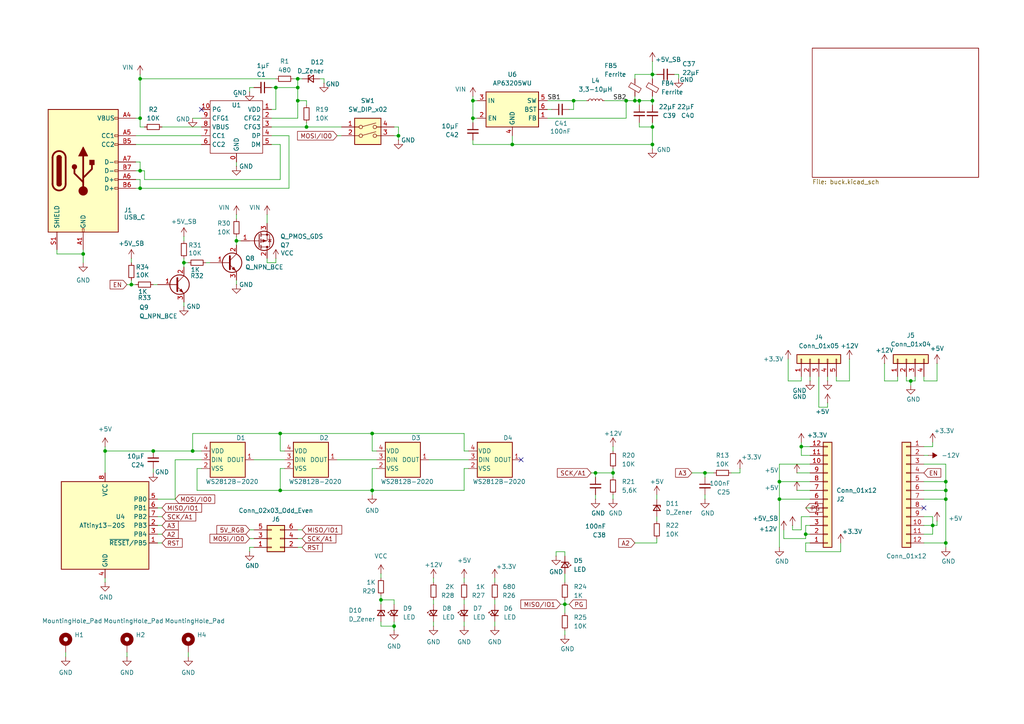
<source format=kicad_sch>
(kicad_sch (version 20231120) (generator "eeschema") (generator_version "8.0")
  (paper "A4")
  (junction (at 226.06 144.78))
  (junction (at 226.06 139.7))
  (junction (at 185.42 29.21))
  (junction (at 274.32 144.78))
  (junction (at 80.01 25.4))
  (junction (at 86.36 22.86))
  (junction (at 189.23 36.83))
  (junction (at 55.88 130.81))
  (junction (at 40.64 54.61))
  (junction (at 166.37 29.21))
  (junction (at 53.34 76.2))
  (junction (at 107.95 142.24))
  (junction (at 204.47 137.16))
  (junction (at 30.48 130.81))
  (junction (at 172.72 137.16))
  (junction (at 137.16 34.29))
  (junction (at 189.23 29.21))
  (junction (at 81.28 142.24))
  (junction (at 189.23 21.59))
  (junction (at 270.51 152.4))
  (junction (at 115.57 39.37))
  (junction (at 40.64 34.29))
  (junction (at 232.41 129.54))
  (junction (at 44.45 130.81))
  (junction (at 24.13 73.66))
  (junction (at 81.28 125.73))
  (junction (at 114.3 181.61))
  (junction (at 148.59 41.91))
  (junction (at 110.49 173.99))
  (junction (at 274.32 139.7))
  (junction (at 163.83 175.26))
  (junction (at 181.61 29.21))
  (junction (at 38.1 82.55))
  (junction (at 184.15 29.21))
  (junction (at 233.68 154.94))
  (junction (at 40.64 22.86))
  (junction (at 88.9 36.83))
  (junction (at 68.58 69.85))
  (junction (at 274.32 142.24))
  (junction (at 189.23 41.91))
  (junction (at 264.16 110.49))
  (junction (at 40.64 49.53))
  (junction (at 107.95 125.73))
  (junction (at 86.36 25.4))
  (junction (at 274.32 157.48))
  (junction (at 86.36 29.21))
  (junction (at 177.8 137.16))
  (junction (at 137.16 29.21))
  (no_connect (at 151.13 133.35))
  (no_connect (at 58.42 31.75))
  (no_connect (at 267.97 147.32))
  (wire (pts (xy 107.95 135.89) (xy 107.95 142.24)))
  (wire (pts (xy 148.59 39.37) (xy 148.59 41.91)))
  (wire (pts (xy 110.49 166.37) (xy 110.49 167.64)))
  (wire (pts (xy 234.95 109.22) (xy 234.95 110.49)))
  (wire (pts (xy 243.84 157.48) (xy 243.84 160.02)))
  (wire (pts (xy 30.48 168.91) (xy 30.48 167.64)))
  (wire (pts (xy 134.62 135.89) (xy 134.62 142.24)))
  (wire (pts (xy 274.32 134.62) (xy 274.32 139.7)))
  (wire (pts (xy 171.45 137.16) (xy 172.72 137.16)))
  (wire (pts (xy 181.61 29.21) (xy 184.15 29.21)))
  (wire (pts (xy 166.37 29.21) (xy 166.37 31.75)))
  (wire (pts (xy 72.39 158.75) (xy 72.39 160.02)))
  (wire (pts (xy 177.8 143.51) (xy 177.8 144.78)))
  (wire (pts (xy 231.14 137.16) (xy 234.95 137.16)))
  (wire (pts (xy 114.3 36.83) (xy 115.57 36.83)))
  (wire (pts (xy 114.3 181.61) (xy 114.3 180.34)))
  (wire (pts (xy 134.62 167.64) (xy 134.62 168.91)))
  (wire (pts (xy 246.38 104.14) (xy 246.38 110.49)))
  (wire (pts (xy 81.28 130.81) (xy 82.55 130.81)))
  (wire (pts (xy 68.58 69.85) (xy 69.85 69.85)))
  (wire (pts (xy 158.75 31.75) (xy 160.02 31.75)))
  (wire (pts (xy 226.06 144.78) (xy 234.95 144.78)))
  (wire (pts (xy 181.61 29.21) (xy 181.61 34.29)))
  (wire (pts (xy 30.48 129.54) (xy 30.48 130.81)))
  (wire (pts (xy 125.73 180.34) (xy 125.73 181.61)))
  (wire (pts (xy 78.74 31.75) (xy 80.01 31.75)))
  (wire (pts (xy 86.36 29.21) (xy 88.9 29.21)))
  (wire (pts (xy 97.79 133.35) (xy 109.22 133.35)))
  (wire (pts (xy 72.39 153.67) (xy 73.66 153.67)))
  (wire (pts (xy 232.41 128.27) (xy 232.41 129.54)))
  (wire (pts (xy 172.72 137.16) (xy 177.8 137.16)))
  (wire (pts (xy 107.95 142.24) (xy 81.28 142.24)))
  (wire (pts (xy 137.16 29.21) (xy 137.16 34.29)))
  (wire (pts (xy 264.16 110.49) (xy 265.43 110.49)))
  (wire (pts (xy 214.63 137.16) (xy 212.09 137.16)))
  (wire (pts (xy 81.28 135.89) (xy 81.28 142.24)))
  (wire (pts (xy 226.06 134.62) (xy 226.06 139.7)))
  (wire (pts (xy 189.23 43.18) (xy 189.23 41.91)))
  (wire (pts (xy 163.83 160.02) (xy 163.83 161.29)))
  (wire (pts (xy 110.49 173.99) (xy 110.49 175.26)))
  (wire (pts (xy 134.62 125.73) (xy 134.62 130.81)))
  (wire (pts (xy 137.16 40.64) (xy 137.16 41.91)))
  (wire (pts (xy 80.01 74.93) (xy 80.01 76.2)))
  (wire (pts (xy 267.97 134.62) (xy 274.32 134.62)))
  (wire (pts (xy 134.62 130.81) (xy 135.89 130.81)))
  (wire (pts (xy 189.23 35.56) (xy 189.23 36.83)))
  (wire (pts (xy 107.95 125.73) (xy 107.95 130.81)))
  (wire (pts (xy 189.23 29.21) (xy 189.23 30.48)))
  (wire (pts (xy 228.6 110.49) (xy 232.41 110.49)))
  (wire (pts (xy 172.72 144.78) (xy 172.72 143.51)))
  (wire (pts (xy 177.8 129.54) (xy 177.8 130.81)))
  (wire (pts (xy 40.64 21.59) (xy 40.64 22.86)))
  (wire (pts (xy 269.24 132.08) (xy 267.97 132.08)))
  (wire (pts (xy 185.42 36.83) (xy 189.23 36.83)))
  (wire (pts (xy 53.34 88.9) (xy 53.34 87.63)))
  (wire (pts (xy 271.78 151.13) (xy 271.78 152.4)))
  (wire (pts (xy 77.47 74.93) (xy 77.47 76.2)))
  (wire (pts (xy 81.28 125.73) (xy 107.95 125.73)))
  (wire (pts (xy 55.88 125.73) (xy 55.88 130.81)))
  (wire (pts (xy 137.16 34.29) (xy 138.43 34.29)))
  (wire (pts (xy 189.23 17.78) (xy 189.23 21.59)))
  (wire (pts (xy 45.72 144.78) (xy 50.8 144.78)))
  (wire (pts (xy 68.58 62.23) (xy 68.58 63.5)))
  (wire (pts (xy 88.9 29.21) (xy 88.9 30.48)))
  (wire (pts (xy 190.5 149.86) (xy 190.5 151.13)))
  (wire (pts (xy 274.32 142.24) (xy 274.32 144.78)))
  (wire (pts (xy 229.87 152.4) (xy 229.87 153.67)))
  (wire (pts (xy 46.99 154.94) (xy 45.72 154.94)))
  (wire (pts (xy 184.15 29.21) (xy 185.42 29.21)))
  (wire (pts (xy 107.95 125.73) (xy 134.62 125.73)))
  (wire (pts (xy 68.58 69.85) (xy 68.58 71.12)))
  (wire (pts (xy 107.95 143.51) (xy 107.95 142.24)))
  (wire (pts (xy 265.43 109.22) (xy 265.43 110.49)))
  (wire (pts (xy 190.5 21.59) (xy 189.23 21.59)))
  (wire (pts (xy 81.28 41.91) (xy 81.28 52.07)))
  (wire (pts (xy 36.83 82.55) (xy 38.1 82.55)))
  (wire (pts (xy 50.8 133.35) (xy 58.42 133.35)))
  (wire (pts (xy 53.34 76.2) (xy 54.61 76.2)))
  (wire (pts (xy 256.54 110.49) (xy 260.35 110.49)))
  (wire (pts (xy 41.91 49.53) (xy 41.91 52.07)))
  (wire (pts (xy 39.37 34.29) (xy 40.64 34.29)))
  (wire (pts (xy 143.51 173.99) (xy 143.51 175.26)))
  (wire (pts (xy 232.41 149.86) (xy 232.41 153.67)))
  (wire (pts (xy 163.83 182.88) (xy 163.83 184.15)))
  (wire (pts (xy 87.63 158.75) (xy 86.36 158.75)))
  (wire (pts (xy 256.54 105.41) (xy 256.54 110.49)))
  (wire (pts (xy 233.68 152.4) (xy 234.95 152.4)))
  (wire (pts (xy 39.37 39.37) (xy 58.42 39.37)))
  (wire (pts (xy 163.83 166.37) (xy 163.83 168.91)))
  (wire (pts (xy 134.62 135.89) (xy 135.89 135.89)))
  (wire (pts (xy 73.66 133.35) (xy 82.55 133.35)))
  (wire (pts (xy 24.13 73.66) (xy 24.13 72.39)))
  (wire (pts (xy 264.16 110.49) (xy 264.16 111.76)))
  (wire (pts (xy 237.49 118.11) (xy 240.03 118.11)))
  (wire (pts (xy 77.47 76.2) (xy 80.01 76.2)))
  (wire (pts (xy 50.8 133.35) (xy 50.8 144.78)))
  (wire (pts (xy 196.85 21.59) (xy 196.85 22.86)))
  (wire (pts (xy 240.03 109.22) (xy 240.03 110.49)))
  (wire (pts (xy 40.64 49.53) (xy 41.91 49.53)))
  (wire (pts (xy 114.3 39.37) (xy 115.57 39.37)))
  (wire (pts (xy 274.32 144.78) (xy 274.32 157.48)))
  (wire (pts (xy 68.58 82.55) (xy 68.58 81.28)))
  (wire (pts (xy 161.29 160.02) (xy 161.29 161.29)))
  (wire (pts (xy 107.95 142.24) (xy 134.62 142.24)))
  (wire (pts (xy 72.39 158.75) (xy 73.66 158.75)))
  (wire (pts (xy 262.89 109.22) (xy 262.89 110.49)))
  (wire (pts (xy 229.87 153.67) (xy 232.41 153.67)))
  (wire (pts (xy 80.01 25.4) (xy 80.01 31.75)))
  (wire (pts (xy 40.64 52.07) (xy 40.64 54.61)))
  (wire (pts (xy 36.83 190.5) (xy 36.83 189.23)))
  (wire (pts (xy 53.34 74.93) (xy 53.34 76.2)))
  (wire (pts (xy 40.64 54.61) (xy 83.82 54.61)))
  (wire (pts (xy 240.03 116.84) (xy 240.03 118.11)))
  (wire (pts (xy 40.64 36.83) (xy 41.91 36.83)))
  (wire (pts (xy 233.68 152.4) (xy 233.68 154.94)))
  (wire (pts (xy 158.75 29.21) (xy 166.37 29.21)))
  (wire (pts (xy 16.51 72.39) (xy 16.51 73.66)))
  (wire (pts (xy 166.37 29.21) (xy 170.18 29.21)))
  (wire (pts (xy 46.99 157.48) (xy 45.72 157.48)))
  (wire (pts (xy 185.42 35.56) (xy 185.42 36.83)))
  (wire (pts (xy 274.32 158.75) (xy 274.32 157.48)))
  (wire (pts (xy 55.88 34.29) (xy 58.42 34.29)))
  (wire (pts (xy 190.5 143.51) (xy 190.5 144.78)))
  (wire (pts (xy 68.58 48.26) (xy 68.58 46.99)))
  (wire (pts (xy 59.69 76.2) (xy 60.96 76.2)))
  (wire (pts (xy 137.16 27.94) (xy 137.16 29.21)))
  (wire (pts (xy 137.16 34.29) (xy 137.16 35.56)))
  (wire (pts (xy 177.8 135.89) (xy 177.8 137.16)))
  (wire (pts (xy 87.63 22.86) (xy 86.36 22.86)))
  (wire (pts (xy 134.62 173.99) (xy 134.62 175.26)))
  (wire (pts (xy 271.78 152.4) (xy 270.51 152.4)))
  (wire (pts (xy 55.88 130.81) (xy 58.42 130.81)))
  (wire (pts (xy 231.14 142.24) (xy 234.95 142.24)))
  (wire (pts (xy 232.41 132.08) (xy 234.95 132.08)))
  (wire (pts (xy 85.09 22.86) (xy 86.36 22.86)))
  (wire (pts (xy 87.63 156.21) (xy 86.36 156.21)))
  (wire (pts (xy 207.01 137.16) (xy 204.47 137.16)))
  (wire (pts (xy 78.74 39.37) (xy 83.82 39.37)))
  (wire (pts (xy 267.97 109.22) (xy 267.97 110.49)))
  (wire (pts (xy 39.37 49.53) (xy 40.64 49.53)))
  (wire (pts (xy 78.74 36.83) (xy 88.9 36.83)))
  (wire (pts (xy 114.3 173.99) (xy 114.3 175.26)))
  (wire (pts (xy 137.16 29.21) (xy 138.43 29.21)))
  (wire (pts (xy 233.68 157.48) (xy 233.68 160.02)))
  (wire (pts (xy 39.37 54.61) (xy 40.64 54.61)))
  (wire (pts (xy 87.63 153.67) (xy 86.36 153.67)))
  (wire (pts (xy 189.23 36.83) (xy 189.23 41.91)))
  (wire (pts (xy 267.97 144.78) (xy 274.32 144.78)))
  (wire (pts (xy 53.34 68.58) (xy 53.34 69.85)))
  (wire (pts (xy 232.41 149.86) (xy 234.95 149.86)))
  (wire (pts (xy 227.33 156.21) (xy 233.68 156.21)))
  (wire (pts (xy 88.9 35.56) (xy 88.9 36.83)))
  (wire (pts (xy 204.47 137.16) (xy 200.66 137.16)))
  (wire (pts (xy 115.57 39.37) (xy 115.57 40.64)))
  (wire (pts (xy 184.15 21.59) (xy 184.15 22.86)))
  (wire (pts (xy 124.46 133.35) (xy 135.89 133.35)))
  (wire (pts (xy 68.58 68.58) (xy 68.58 69.85)))
  (wire (pts (xy 162.56 175.26) (xy 163.83 175.26)))
  (wire (pts (xy 172.72 138.43) (xy 172.72 137.16)))
  (wire (pts (xy 226.06 144.78) (xy 226.06 158.75)))
  (wire (pts (xy 86.36 25.4) (xy 86.36 29.21)))
  (wire (pts (xy 24.13 76.2) (xy 24.13 73.66)))
  (wire (pts (xy 39.37 52.07) (xy 40.64 52.07)))
  (wire (pts (xy 38.1 74.93) (xy 38.1 76.2)))
  (wire (pts (xy 46.99 36.83) (xy 58.42 36.83)))
  (wire (pts (xy 77.47 62.23) (xy 77.47 64.77)))
  (wire (pts (xy 204.47 144.78) (xy 204.47 143.51)))
  (wire (pts (xy 81.28 125.73) (xy 81.28 130.81)))
  (wire (pts (xy 233.68 147.32) (xy 234.95 147.32)))
  (wire (pts (xy 88.9 36.83) (xy 99.06 36.83)))
  (wire (pts (xy 237.49 109.22) (xy 237.49 118.11)))
  (wire (pts (xy 30.48 130.81) (xy 30.48 137.16)))
  (wire (pts (xy 163.83 175.26) (xy 165.1 175.26)))
  (wire (pts (xy 189.23 27.94) (xy 189.23 29.21)))
  (wire (pts (xy 39.37 41.91) (xy 58.42 41.91)))
  (wire (pts (xy 185.42 30.48) (xy 185.42 29.21)))
  (wire (pts (xy 270.51 128.27) (xy 270.51 129.54)))
  (wire (pts (xy 267.97 149.86) (xy 270.51 149.86)))
  (wire (pts (xy 125.73 173.99) (xy 125.73 175.26)))
  (wire (pts (xy 46.99 149.86) (xy 45.72 149.86)))
  (wire (pts (xy 260.35 109.22) (xy 260.35 110.49)))
  (wire (pts (xy 40.64 22.86) (xy 40.64 34.29)))
  (wire (pts (xy 38.1 82.55) (xy 39.37 82.55)))
  (wire (pts (xy 184.15 157.48) (xy 190.5 157.48)))
  (wire (pts (xy 125.73 167.64) (xy 125.73 168.91)))
  (wire (pts (xy 175.26 29.21) (xy 181.61 29.21)))
  (wire (pts (xy 184.15 21.59) (xy 189.23 21.59)))
  (wire (pts (xy 163.83 175.26) (xy 163.83 177.8)))
  (wire (pts (xy 267.97 110.49) (xy 271.78 110.49)))
  (wire (pts (xy 72.39 156.21) (xy 73.66 156.21)))
  (wire (pts (xy 86.36 29.21) (xy 86.36 34.29)))
  (wire (pts (xy 262.89 110.49) (xy 264.16 110.49)))
  (wire (pts (xy 115.57 36.83) (xy 115.57 39.37)))
  (wire (pts (xy 233.68 160.02) (xy 243.84 160.02)))
  (wire (pts (xy 97.79 39.37) (xy 99.06 39.37)))
  (wire (pts (xy 232.41 129.54) (xy 234.95 129.54)))
  (wire (pts (xy 38.1 81.28) (xy 38.1 82.55)))
  (wire (pts (xy 233.68 156.21) (xy 233.68 154.94)))
  (wire (pts (xy 148.59 41.91) (xy 189.23 41.91)))
  (wire (pts (xy 40.64 22.86) (xy 80.01 22.86)))
  (wire (pts (xy 270.51 152.4) (xy 270.51 154.94)))
  (wire (pts (xy 110.49 180.34) (xy 110.49 181.61)))
  (wire (pts (xy 161.29 160.02) (xy 163.83 160.02)))
  (wire (pts (xy 30.48 130.81) (xy 44.45 130.81)))
  (wire (pts (xy 271.78 105.41) (xy 271.78 110.49)))
  (wire (pts (xy 93.98 24.13) (xy 93.98 22.86)))
  (wire (pts (xy 143.51 167.64) (xy 143.51 168.91)))
  (wire (pts (xy 39.37 46.99) (xy 40.64 46.99)))
  (wire (pts (xy 190.5 156.21) (xy 190.5 157.48)))
  (wire (pts (xy 184.15 27.94) (xy 184.15 29.21)))
  (wire (pts (xy 44.45 82.55) (xy 45.72 82.55)))
  (wire (pts (xy 57.15 135.89) (xy 58.42 135.89)))
  (wire (pts (xy 134.62 180.34) (xy 134.62 181.61)))
  (wire (pts (xy 44.45 137.16) (xy 44.45 135.89)))
  (wire (pts (xy 267.97 157.48) (xy 274.32 157.48)))
  (wire (pts (xy 19.05 190.5) (xy 19.05 189.23)))
  (wire (pts (xy 163.83 173.99) (xy 163.83 175.26)))
  (wire (pts (xy 267.97 129.54) (xy 270.51 129.54)))
  (wire (pts (xy 232.41 109.22) (xy 232.41 110.49)))
  (wire (pts (xy 72.39 25.4) (xy 72.39 26.67)))
  (wire (pts (xy 204.47 138.43) (xy 204.47 137.16)))
  (wire (pts (xy 41.91 52.07) (xy 81.28 52.07)))
  (wire (pts (xy 165.1 31.75) (xy 166.37 31.75)))
  (wire (pts (xy 189.23 21.59) (xy 189.23 22.86)))
  (wire (pts (xy 233.68 154.94) (xy 234.95 154.94)))
  (wire (pts (xy 233.68 157.48) (xy 234.95 157.48)))
  (wire (pts (xy 177.8 137.16) (xy 177.8 138.43)))
  (wire (pts (xy 80.01 25.4) (xy 86.36 25.4)))
  (wire (pts (xy 55.88 125.73) (xy 81.28 125.73)))
  (wire (pts (xy 195.58 21.59) (xy 196.85 21.59)))
  (wire (pts (xy 110.49 181.61) (xy 114.3 181.61)))
  (wire (pts (xy 158.75 34.29) (xy 181.61 34.29)))
  (wire (pts (xy 78.74 41.91) (xy 81.28 41.91)))
  (wire (pts (xy 226.06 139.7) (xy 226.06 144.78)))
  (wire (pts (xy 110.49 173.99) (xy 114.3 173.99)))
  (wire (pts (xy 228.6 104.14) (xy 228.6 110.49)))
  (wire (pts (xy 143.51 180.34) (xy 143.51 181.61)))
  (wire (pts (xy 54.61 190.5) (xy 54.61 189.23)))
  (wire (pts (xy 44.45 130.81) (xy 55.88 130.81)))
  (wire (pts (xy 81.28 135.89) (xy 82.55 135.89)))
  (wire (pts (xy 214.63 135.89) (xy 214.63 137.16)))
  (wire (pts (xy 93.98 22.86) (xy 92.71 22.86)))
  (wire (pts (xy 267.97 152.4) (xy 270.51 152.4)))
  (wire (pts (xy 78.74 34.29) (xy 86.36 34.29)))
  (wire (pts (xy 57.15 135.89) (xy 57.15 142.24)))
  (wire (pts (xy 267.97 154.94) (xy 270.51 154.94)))
  (wire (pts (xy 40.64 46.99) (xy 40.64 49.53)))
  (wire (pts (xy 232.41 129.54) (xy 232.41 132.08)))
  (wire (pts (xy 226.06 139.7) (xy 234.95 139.7)))
  (wire (pts (xy 267.97 139.7) (xy 274.32 139.7)))
  (wire (pts (xy 46.99 152.4) (xy 45.72 152.4)))
  (wire (pts (xy 185.42 29.21) (xy 189.23 29.21)))
  (wire (pts (xy 226.06 134.62) (xy 234.95 134.62)))
  (wire (pts (xy 110.49 172.72) (xy 110.49 173.99)))
  (wire (pts (xy 46.99 147.32) (xy 45.72 147.32)))
  (wire (pts (xy 267.97 142.24) (xy 274.32 142.24)))
  (wire (pts (xy 72.39 25.4) (xy 73.66 25.4)))
  (wire (pts (xy 53.34 76.2) (xy 53.34 77.47)))
  (wire (pts (xy 242.57 109.22) (xy 242.57 110.49)))
  (wire (pts (xy 227.33 153.67) (xy 227.33 156.21)))
  (wire (pts (xy 83.82 39.37) (xy 83.82 54.61)))
  (wire (pts (xy 57.15 142.24) (xy 81.28 142.24)))
  (wire (pts (xy 80.01 25.4) (xy 78.74 25.4)))
  (wire (pts (xy 137.16 41.91) (xy 148.59 41.91)))
  (wire (pts (xy 40.64 34.29) (xy 40.64 36.83)))
  (wire (pts (xy 107.95 135.89) (xy 109.22 135.89)))
  (wire (pts (xy 274.32 139.7) (xy 274.32 142.24)))
  (wire (pts (xy 114.3 182.88) (xy 114.3 181.61)))
  (wire (pts (xy 270.51 149.86) (xy 270.51 152.4)))
  (wire (pts (xy 86.36 22.86) (xy 86.36 25.4)))
  (wire (pts (xy 16.51 73.66) (xy 24.13 73.66)))
  (wire (pts (xy 107.95 130.81) (xy 109.22 130.81)))
  (wire (pts (xy 242.57 110.49) (xy 246.38 110.49)))
  (label "SB1" (at 158.75 29.21 0))
  (label "SB2" (at 177.8 29.21 0))
  (global_label "PG" (shape input) (at 233.68 147.32 0) (property "Intersheetrefs" "${INTERSHEET_REFS}" (effects (hide yes))))
  (global_label "MISO{slash}IO1" (shape input) (at 162.56 175.26 180) (property "Intersheetrefs" "${INTERSHEET_REFS}" (effects (hide yes))))
  (global_label "MOSI{slash}IO0" (shape input) (at 97.79 39.37 180) (property "Intersheetrefs" "${INTERSHEET_REFS}" (effects (hide yes))))
  (global_label "A2" (shape input) (at 46.99 154.94 0) (property "Intersheetrefs" "${INTERSHEET_REFS}" (effects (hide yes))))
  (global_label "MISO{slash}IO1" (shape input) (at 46.99 147.32 0) (property "Intersheetrefs" "${INTERSHEET_REFS}" (effects (hide yes))))
  (global_label "A3" (shape input) (at 200.66 137.16 180) (property "Intersheetrefs" "${INTERSHEET_REFS}" (effects (hide yes))))
  (global_label "MISO{slash}IO1" (shape input) (at 87.63 153.67 0) (property "Intersheetrefs" "${INTERSHEET_REFS}" (effects (hide yes))))
  (global_label "PG" (shape input) (at 165.1 175.26 0) (property "Intersheetrefs" "${INTERSHEET_REFS}" (effects (hide yes))))
  (global_label "MOSI{slash}IO0" (shape input) (at 72.39 156.21 180) (property "Intersheetrefs" "${INTERSHEET_REFS}" (effects (hide yes))))
  (global_label "RST" (shape input) (at 46.99 157.48 0) (property "Intersheetrefs" "${INTERSHEET_REFS}" (effects (hide yes))))
  (global_label "SCK{slash}A1" (shape input) (at 46.99 149.86 0) (property "Intersheetrefs" "${INTERSHEET_REFS}" (effects (hide yes))))
  (global_label "MOSI{slash}IO0" (shape input) (at 50.8 144.78 0) (property "Intersheetrefs" "${INTERSHEET_REFS}" (effects (hide yes))))
  (global_label "SCK{slash}A1" (shape input) (at 171.45 137.16 180) (property "Intersheetrefs" "${INTERSHEET_REFS}" (effects (hide yes))))
  (global_label "RST" (shape input) (at 87.63 158.75 0) (property "Intersheetrefs" "${INTERSHEET_REFS}" (effects (hide yes))))
  (global_label "SCK{slash}A1" (shape input) (at 87.63 156.21 0) (property "Intersheetrefs" "${INTERSHEET_REFS}" (effects (hide yes))))
  (global_label "5V_RGB" (shape input) (at 72.39 153.67 180) (property "Intersheetrefs" "${INTERSHEET_REFS}" (effects (hide yes))))
  (global_label "EN" (shape input) (at 267.97 137.16 0) (property "Intersheetrefs" "${INTERSHEET_REFS}" (effects (hide yes))))
  (global_label "A3" (shape input) (at 46.99 152.4 0) (property "Intersheetrefs" "${INTERSHEET_REFS}" (effects (hide yes))))
  (global_label "EN" (shape input) (at 36.83 82.55 180) (property "Intersheetrefs" "${INTERSHEET_REFS}" (effects (hide yes))))
  (global_label "A2" (shape input) (at 184.15 157.48 180) (property "Intersheetrefs" "${INTERSHEET_REFS}" (effects (hide yes))))
  (symbol (lib_id "Switch:SW_DIP_x02") (at 106.68 39.37 0) (unit 1)
    (property "Reference" "SW1" (at 106.68 29.21 0))
    (property "Value" "SW_DIP_x02" (at 106.68 31.75 0))
    (property "Footprint" "Button_Switch_THT:SW_DIP_SPSTx02_Slide_6.7x6.64mm_W7.62mm_P2.54mm_LowProfile" (effects (hide yes)))
    (property "Description" "2x DIP Switch, Single Pole Single Throw (SPST) switch, small symbol" (effects (hide yes)))
  )
  (symbol (lib_id "Device:Q_NPN_BCE") (at 66.04 76.2 0) (unit 1)
    (property "Reference" "Q8" (at 71.12 74.9299 0) (effects (justify left)))
    (property "Value" "Q_NPN_BCE" (at 71.12 77.4699 0) (effects (justify left)))
    (property "Footprint" "Package_TO_SOT_SMD:SOT-23-3" (effects (hide yes)))
    (property "Description" "NPN transistor, base/collector/emitter" (effects (hide yes)))
  )
  (symbol (lib_id "power:GND") (at 161.29 161.29 0) (unit 1)
    (property "Reference" "#PWR057" (effects (hide yes)))
    (property "Value" "GND" (at 161.29 165.862 0))
    (property "Description" "Power symbol creates a global label with name \"GND\" , ground" (effects (hide yes)))
  )
  (symbol (lib_id "power:VCC") (at 40.64 21.59 0) (unit 1)
    (property "Reference" "#PWR085" (effects (hide yes)))
    (property "Value" "VIN" (at 37.084 19.558 0))
    (property "Description" "Power symbol creates a global label with name \"VCC\"" (effects (hide yes)))
  )
  (symbol (lib_id "power:-12V") (at 269.24 132.08 270) (unit 1)
    (property "Reference" "#PWR090" (effects (hide yes)))
    (property "Value" "-12V" (at 273.05 132.0799 90) (effects (justify left)))
    (property "Description" "Power symbol creates a global label with name \"-12V\"" (effects (hide yes)))
  )
  (symbol (lib_id "Mechanical:MountingHole_Pad") (at 19.05 186.69 0) (unit 1) (exclude_from_sim yes) (in_bom no)
    (property "Reference" "H1" (at 21.59 184.1499 0) (effects (justify left)))
    (property "Value" "MountingHole_Pad" (at 12.192 180.086 0) (effects (justify left)))
    (property "Footprint" "MountingHole:MountingHole_3.2mm_M3_Pad" (effects (hide yes)))
    (property "Description" "Mounting Hole with connection" (effects (hide yes)))
  )
  (symbol (lib_id "LED_Extra:WS2812B-2020") (at 66.04 133.35 0) (unit 1)
    (property "Reference" "D1" (at 69.85 127 0))
    (property "Value" "WS2812B-2020" (at 67.31 139.7 0))
    (property "Footprint" "LED_SMD:LED_WS2812B-2020_PLCC4_2.0x2.0mm" (effects (hide yes)))
    (property "Datasheet" "https://www.tme.eu/Document/4a8239e52df5e0b5cc2eb96834c5d8b6/WS2812B-2020.pdf" (effects (hide yes)))
    (property "LCSC" "C965555" (effects (hide yes)))
  )
  (symbol (lib_id "Device:FerriteBead_Small") (at 184.15 25.4 180) (unit 1)
    (property "Reference" "FB5" (at 175.26 19.05 0) (effects (justify right)))
    (property "Value" "Ferrite" (at 175.26 21.59 0) (effects (justify right)))
    (property "Footprint" "Resistor_SMD:R_0402_1005Metric" (effects (hide yes)))
    (property "Description" "Ferrite bead, small symbol" (effects (hide yes)))
  )
  (symbol (lib_id "power:+5V") (at 240.03 116.84 0) (unit 1)
    (property "Reference" "#PWR043" (effects (hide yes)))
    (property "Value" "+5V" (at 238.506 119.38 0))
    (property "Description" "Power symbol creates a global label with name \"+5V\"" (effects (hide yes)))
  )
  (symbol (lib_id "Device:R_Small") (at 177.8 133.35 180) (unit 1)
    (property "Reference" "R20" (at 180.34 132.0799 0) (effects (justify right)))
    (property "Value" "10K" (at 180.34 134.6199 0) (effects (justify right)))
    (property "Footprint" "Resistor_SMD:R_0402_1005Metric" (effects (hide yes)))
    (property "Description" "Resistor, small symbol" (effects (hide yes)))
  )
  (symbol (lib_id "power:GND") (at 204.47 144.78 0) (unit 1)
    (property "Reference" "#PWR070" (effects (hide yes)))
    (property "Value" "GND" (at 205.232 148.844 0))
    (property "Description" "Power symbol creates a global label with name \"GND\" , ground" (effects (hide yes)))
  )
  (symbol (lib_id "power:GND") (at 125.73 181.61 0) (unit 1)
    (property "Reference" "#PWR078" (effects (hide yes)))
    (property "Value" "GND" (at 125.73 186.182 0))
    (property "Description" "Power symbol creates a global label with name \"GND\" , ground" (effects (hide yes)))
  )
  (symbol (lib_id "Mechanical:MountingHole_Pad") (at 54.61 186.69 0) (unit 1) (exclude_from_sim yes) (in_bom no)
    (property "Reference" "H4" (at 57.15 184.1499 0) (effects (justify left)))
    (property "Value" "MountingHole_Pad" (at 47.752 180.086 0) (effects (justify left)))
    (property "Footprint" "MountingHole:MountingHole_3.2mm_M3_Pad" (effects (hide yes)))
    (property "Description" "Mounting Hole with connection" (effects (hide yes)))
  )
  (symbol (lib_id "Device:R_Small") (at 143.51 171.45 0) (unit 1)
    (property "Reference" "R26" (at 149.606 172.72 0) (effects (justify right)))
    (property "Value" "680" (at 149.606 170.18 0) (effects (justify right)))
    (property "Footprint" "Resistor_SMD:R_0402_1005Metric" (effects (hide yes)))
    (property "Description" "Resistor, small symbol" (effects (hide yes)))
  )
  (symbol (lib_id "power:GND") (at 44.45 137.16 0) (unit 1)
    (property "Reference" "#PWR024" (effects (hide yes)))
    (property "Value" "GND" (at 46.99 136.906 0))
    (property "Description" "Power symbol creates a global label with name \"GND\" , ground" (effects (hide yes)))
  )
  (symbol (lib_id "power:VCC") (at 80.01 74.93 0) (unit 1)
    (property "Reference" "#PWR03" (effects (hide yes)))
    (property "Value" "VCC" (at 83.312 73.406 0))
    (property "Description" "Power symbol creates a global label with name \"VCC\"" (effects (hide yes)))
  )
  (symbol (lib_id "Regulator_Switching:AP63205WU") (at 148.59 31.75 0) (unit 1)
    (property "Reference" "U6" (at 148.59 21.59 0))
    (property "Value" "AP63205WU" (at 148.59 24.13 0))
    (property "Footprint" "Package_TO_SOT_SMD:TSOT-23-6" (effects (hide yes)))
    (property "Datasheet" "https://www.diodes.com/assets/Datasheets/AP63200-AP63201-AP63203-AP63205.pdf" (effects (hide yes)))
    (property "Description" "2A, 1.1MHz Buck DC/DC Converter, fixed 5.0V output voltage, TSOT-23-6" (effects (hide yes)))
  )
  (symbol (lib_id "Connector_Generic:Conn_01x05") (at 237.49 104.14 90) (unit 1)
    (property "Reference" "J4" (at 237.49 97.79 90))
    (property "Value" "Conn_01x05" (at 237.49 100.33 90))
    (property "Footprint" "Connector_PinSocket_2.54mm:PinSocket_1x05_P2.54mm_Vertical" (effects (hide yes)))
    (property "Description" "Generic connector, single row, 01x05, script generated (kicad-library-utils/schlib/autogen/connector/)" (effects (hide yes)))
  )
  (symbol (lib_id "LED_Extra:WS2812B-2020") (at 116.84 133.35 0) (unit 1)
    (property "Reference" "D3" (at 120.65 127 0))
    (property "Value" "WS2812B-2020" (at 118.11 139.7 0))
    (property "Footprint" "LED_SMD:LED_WS2812B-2020_PLCC4_2.0x2.0mm" (effects (hide yes)))
    (property "Datasheet" "https://www.tme.eu/Document/4a8239e52df5e0b5cc2eb96834c5d8b6/WS2812B-2020.pdf" (effects (hide yes)))
    (property "LCSC" "C965555" (effects (hide yes)))
  )
  (symbol (lib_id "power:+5V") (at 229.87 152.4 0) (unit 1)
    (property "Reference" "#PWR037" (effects (hide yes)))
    (property "Value" "+5V_SB" (at 221.996 150.368 0))
    (property "Description" "Power symbol creates a global label with name \"+5V\"" (effects (hide yes)))
  )
  (symbol (lib_id "power:+3.3V") (at 270.51 128.27 0) (unit 1)
    (property "Reference" "#PWR030" (effects (hide yes)))
    (property "Value" "+3.3V" (at 273.812 124.968 0))
    (property "Description" "Power symbol creates a global label with name \"+3.3V\"" (effects (hide yes)))
  )
  (symbol (lib_id "Device:LED_Small") (at 163.83 163.83 270) (unit 1)
    (property "Reference" "D5" (at 166.37 162.6234 90) (effects (justify left)))
    (property "Value" "LED" (at 166.37 165.1634 90) (effects (justify left)))
    (property "Footprint" "LED_SMD:LED_0402_1005Metric" (effects (hide yes)))
    (property "Description" "Light emitting diode, small symbol" (effects (hide yes)))
  )
  (symbol (lib_id "Device:D_Zener_Small") (at 190.5 147.32 270) (unit 1)
    (property "Reference" "D11" (at 193.04 146.0499 90) (effects (justify left)))
    (property "Value" "D_Zener" (at 193.04 148.5899 90) (effects (justify left)))
    (property "Footprint" "Diode_SMD:D_SOD-323" (effects (hide yes)))
    (property "Description" "Zener diode, small symbol" (effects (hide yes)))
  )
  (symbol (lib_id "power:GND") (at 72.39 26.67 0) (unit 1)
    (property "Reference" "#PWR058" (effects (hide yes)))
    (property "Value" "GND" (at 69.596 26.924 0))
    (property "Description" "Power symbol creates a global label with name \"GND\" , ground" (effects (hide yes)))
  )
  (symbol (lib_id "power:GND") (at 55.88 34.29 0) (unit 1)
    (property "Reference" "#PWR05" (effects (hide yes)))
    (property "Value" "GND" (at 53.086 34.544 0))
    (property "Description" "Power symbol creates a global label with name \"GND\" , ground" (effects (hide yes)))
  )
  (symbol (lib_id "Device:D_Zener_Small") (at 110.49 177.8 270) (unit 1)
    (property "Reference" "D10" (at 101.092 177.038 90) (effects (justify left)))
    (property "Value" "D_Zener" (at 101.092 179.578 90) (effects (justify left)))
    (property "Footprint" "Diode_SMD:D_SOD-323" (effects (hide yes)))
    (property "Description" "Zener diode, small symbol" (effects (hide yes)))
  )
  (symbol (lib_id "MCU_Microchip_ATtiny:ATtiny13-20S") (at 30.48 152.4 0) (unit 1)
    (property "Reference" "U4" (at 36.322 149.86 0) (effects (justify right)))
    (property "Value" "ATtiny13-20S" (at 36.322 152.4 0) (effects (justify right)))
    (property "Footprint" "Package_SO:SOIC-8W_5.3x5.3mm_P1.27mm" (effects (hide yes)))
    (property "Datasheet" "http://ww1.microchip.com/downloads/en/DeviceDoc/doc2535.pdf" (effects (hide yes)))
    (property "Description" "20MHz, 1kB Flash, 64B SRAM, 64B EEPROM, debugWIRE, SOIC-8W" (effects (hide yes)))
  )
  (symbol (lib_id "Device:C_Small") (at 172.72 140.97 0) (unit 1)
    (property "Reference" "C38" (at 175.768 155.194 0) (effects (justify right)))
    (property "Value" "100nF" (at 175.768 152.654 0) (effects (justify right)))
    (property "Footprint" "Capacitor_SMD:C_0402_1005Metric" (effects (hide yes)))
    (property "Description" "Unpolarized capacitor, small symbol" (effects (hide yes)))
  )
  (symbol (lib_id "power:GND") (at 68.58 48.26 0) (unit 1)
    (property "Reference" "#PWR01" (effects (hide yes)))
    (property "Value" "GND" (at 71.374 48.26 0))
    (property "Description" "Power symbol creates a global label with name \"GND\" , ground" (effects (hide yes)))
  )
  (symbol (lib_id "power:+5V") (at 30.48 129.54 0) (unit 1)
    (property "Reference" "#PWR023" (effects (hide yes)))
    (property "Value" "+5V" (at 30.48 124.46 0))
    (property "Description" "Power symbol creates a global label with name \"+5V\"" (effects (hide yes)))
  )
  (symbol (lib_id "power:GND") (at 36.83 190.5 0) (unit 1)
    (property "Reference" "#PWR082" (effects (hide yes)))
    (property "Value" "GND" (at 36.83 195.072 0))
    (property "Description" "Power symbol creates a global label with name \"GND\" , ground" (effects (hide yes)))
  )
  (symbol (lib_id "power:VCC") (at 110.49 166.37 0) (unit 1)
    (property "Reference" "#PWR079" (effects (hide yes)))
    (property "Value" "VCC" (at 110.49 161.29 0))
    (property "Description" "Power symbol creates a global label with name \"VCC\"" (effects (hide yes)))
  )
  (symbol (lib_id "Device:R_Small") (at 53.34 72.39 180) (unit 1)
    (property "Reference" "R31" (at 54.61 71.12 0) (effects (justify right)))
    (property "Value" "10K" (at 54.61 73.406 0) (effects (justify right)))
    (property "Footprint" "Resistor_SMD:R_0402_1005Metric" (effects (hide yes)))
    (property "Description" "Resistor, small symbol" (effects (hide yes)))
  )
  (symbol (lib_id "power:GND") (at 226.06 158.75 0) (unit 1)
    (property "Reference" "#PWR034" (effects (hide yes)))
    (property "Value" "GND" (at 226.822 162.814 0))
    (property "Description" "Power symbol creates a global label with name \"GND\" , ground" (effects (hide yes)))
  )
  (symbol (lib_id "power:GND") (at 172.72 144.78 0) (unit 1)
    (property "Reference" "#PWR072" (effects (hide yes)))
    (property "Value" "GND" (at 173.482 148.844 0))
    (property "Description" "Power symbol creates a global label with name \"GND\" , ground" (effects (hide yes)))
  )
  (symbol (lib_id "power:GND") (at 134.62 181.61 0) (unit 1)
    (property "Reference" "#PWR076" (effects (hide yes)))
    (property "Value" "GND" (at 134.62 186.182 0))
    (property "Description" "Power symbol creates a global label with name \"GND\" , ground" (effects (hide yes)))
  )
  (symbol (lib_id "power:GND") (at 177.8 144.78 0) (unit 1)
    (property "Reference" "#PWR051" (effects (hide yes)))
    (property "Value" "GND" (at 178.562 148.844 0))
    (property "Description" "Power symbol creates a global label with name \"GND\" , ground" (effects (hide yes)))
  )
  (symbol (lib_id "power:+5V") (at 38.1 74.93 0) (unit 1)
    (property "Reference" "#PWR093" (effects (hide yes)))
    (property "Value" "+5V_SB" (at 38.1 70.612 0))
    (property "Description" "Power symbol creates a global label with name \"+5V\"" (effects (hide yes)))
  )
  (symbol (lib_id "Device:R_Small") (at 190.5 153.67 180) (unit 1)
    (property "Reference" "R22" (at 193.04 152.3999 0) (effects (justify right)))
    (property "Value" "10K" (at 193.04 154.9399 0) (effects (justify right)))
    (property "Footprint" "Resistor_SMD:R_0402_1005Metric" (effects (hide yes)))
    (property "Description" "Resistor, small symbol" (effects (hide yes)))
  )
  (symbol (lib_id "power:+3.3V") (at 228.6 104.14 0) (unit 1)
    (property "Reference" "#PWR042" (effects (hide yes)))
    (property "Value" "+3.3V" (at 224.282 104.14 0))
    (property "Description" "Power symbol creates a global label with name \"+3.3V\"" (effects (hide yes)))
  )
  (symbol (lib_id "power:+5V") (at 189.23 17.78 0) (unit 1)
    (property "Reference" "#PWR04" (effects (hide yes)))
    (property "Value" "+5V_SB" (at 193.802 17.272 0))
    (property "Description" "Power symbol creates a global label with name \"+5V\"" (effects (hide yes)))
  )
  (symbol (lib_id "power:+3.3V") (at 243.84 157.48 0) (unit 1)
    (property "Reference" "#PWR036" (effects (hide yes)))
    (property "Value" "+3.3V" (at 247.142 154.178 0))
    (property "Description" "Power symbol creates a global label with name \"+3.3V\"" (effects (hide yes)))
  )
  (symbol (lib_id "power:GND") (at 240.03 110.49 0) (unit 1)
    (property "Reference" "#PWR044" (effects (hide yes)))
    (property "Value" "GND" (at 231.902 115.062 0))
    (property "Description" "Power symbol creates a global label with name \"GND\" , ground" (effects (hide yes)))
  )
  (symbol (lib_id "Device:LED_Small") (at 114.3 177.8 90) (unit 1)
    (property "Reference" "D9" (at 116.84 176.4664 90) (effects (justify right)))
    (property "Value" "LED" (at 116.84 179.0064 90) (effects (justify right)))
    (property "Footprint" "LED_SMD:LED_0402_1005Metric" (effects (hide yes)))
    (property "Description" "Light emitting diode, small symbol" (effects (hide yes)))
  )
  (symbol (lib_id "Device:R_Small") (at 88.9 33.02 180) (unit 1)
    (property "Reference" "R19" (at 91.44 31.7499 0) (effects (justify right)))
    (property "Value" "10K" (at 91.44 34.2899 0) (effects (justify right)))
    (property "Footprint" "Resistor_SMD:R_0402_1005Metric" (effects (hide yes)))
    (property "Description" "Resistor, small symbol" (effects (hide yes)))
  )
  (symbol (lib_id "power:GND") (at 143.51 181.61 0) (unit 1)
    (property "Reference" "#PWR073" (effects (hide yes)))
    (property "Value" "GND" (at 143.51 186.182 0))
    (property "Description" "Power symbol creates a global label with name \"GND\" , ground" (effects (hide yes)))
  )
  (symbol (lib_id "Device:D_Zener_Small") (at 90.17 22.86 0) (unit 1)
    (property "Reference" "D12" (at 93.98 18.034 0) (effects (justify right)))
    (property "Value" "D_Zener" (at 93.98 20.574 0) (effects (justify right)))
    (property "Footprint" "Diode_SMD:D_SOD-323" (effects (hide yes)))
    (property "Description" "Zener diode, small symbol" (effects (hide yes)))
  )
  (symbol (lib_id "power:+12V") (at 227.33 153.67 0) (unit 1)
    (property "Reference" "#PWR032" (effects (hide yes)))
    (property "Value" "+12V" (at 222.758 153.416 0))
    (property "Description" "Power symbol creates a global label with name \"+12V\"" (effects (hide yes)))
  )
  (symbol (lib_id "Device:LED_Small") (at 134.62 177.8 90) (unit 1)
    (property "Reference" "D7" (at 137.16 176.4664 90) (effects (justify right)))
    (property "Value" "LED" (at 137.16 179.0064 90) (effects (justify right)))
    (property "Footprint" "LED_SMD:LED_0402_1005Metric" (effects (hide yes)))
    (property "Description" "Light emitting diode, small symbol" (effects (hide yes)))
  )
  (symbol (lib_id "power:VCC") (at 137.16 27.94 0) (unit 1)
    (property "Reference" "#PWR086" (effects (hide yes)))
    (property "Value" "VIN" (at 133.604 25.908 0))
    (property "Description" "Power symbol creates a global label with name \"VCC\"" (effects (hide yes)))
  )
  (symbol (lib_id "Device:R_Small") (at 68.58 66.04 180) (unit 1)
    (property "Reference" "R30" (at 62.992 64.77 0) (effects (justify right)))
    (property "Value" "10K" (at 62.992 67.31 0) (effects (justify right)))
    (property "Footprint" "Resistor_SMD:R_0402_1005Metric" (effects (hide yes)))
    (property "Description" "Resistor, small symbol" (effects (hide yes)))
  )
  (symbol (lib_id "Device:C_Small") (at 44.45 133.35 0) (unit 1)
    (property "Reference" "C24" (at 41.91 134.874 0) (effects (justify right)))
    (property "Value" "10µF" (at 41.91 132.334 0) (effects (justify right)))
    (property "Footprint" "Capacitor_SMD:C_0603_1608Metric" (effects (hide yes)))
    (property "Description" "Unpolarized capacitor, small symbol" (effects (hide yes)))
  )
  (symbol (lib_id "power:GND") (at 234.95 110.49 0) (unit 1)
    (property "Reference" "#PWR045" (effects (hide yes)))
    (property "Value" "GND" (at 231.902 113.284 0))
    (property "Description" "Power symbol creates a global label with name \"GND\" , ground" (effects (hide yes)))
  )
  (symbol (lib_id "Device:L_Small") (at 172.72 29.21 90) (unit 1)
    (property "Reference" "L4" (at 172.72 23.368 90))
    (property "Value" "3,3-10µH" (at 172.72 25.908 90))
    (property "Footprint" "Inductor_SMD:L_Cenker_CKCS4020" (effects (hide yes)))
    (property "Description" "Inductor, small symbol" (effects (hide yes)))
  )
  (symbol (lib_id "power:GND") (at 24.13 76.2 0) (unit 1)
    (property "Reference" "#PWR02" (effects (hide yes)))
    (property "Value" "GND" (at 24.13 81.28 0))
    (property "Description" "Power symbol creates a global label with name \"GND\" , ground" (effects (hide yes)))
  )
  (symbol (lib_id "power:+5V") (at 231.14 142.24 0) (unit 1)
    (property "Reference" "#PWR035" (effects (hide yes)))
    (property "Value" "+5V" (at 223.774 141.478 0))
    (property "Description" "Power symbol creates a global label with name \"+5V\"" (effects (hide yes)))
  )
  (symbol (lib_id "power:+5V") (at 271.78 151.13 0) (unit 1)
    (property "Reference" "#PWR028" (effects (hide yes)))
    (property "Value" "+5V" (at 277.114 150.368 0))
    (property "Description" "Power symbol creates a global label with name \"+5V\"" (effects (hide yes)))
  )
  (symbol (lib_id "power:GND") (at 163.83 184.15 0) (unit 1)
    (property "Reference" "#PWR059" (effects (hide yes)))
    (property "Value" "GND" (at 164.592 188.214 0))
    (property "Description" "Power symbol creates a global label with name \"GND\" , ground" (effects (hide yes)))
  )
  (symbol (lib_id "Device:R_Small") (at 41.91 82.55 90) (unit 1)
    (property "Reference" "R33" (at 41.91 86.36 90))
    (property "Value" "1K" (at 41.402 84.582 90))
    (property "Footprint" "Resistor_SMD:R_0402_1005Metric" (effects (hide yes)))
    (property "Description" "Resistor, small symbol" (effects (hide yes)))
  )
  (symbol (lib_id "power:GND") (at 189.23 43.18 0) (unit 1)
    (property "Reference" "#PWR088" (effects (hide yes)))
    (property "Value" "GND" (at 192.532 43.434 0))
    (property "Description" "Power symbol creates a global label with name \"GND\" , ground" (effects (hide yes)))
  )
  (symbol (lib_id "Device:R_Small") (at 134.62 171.45 0) (unit 1)
    (property "Reference" "R27" (at 140.716 172.72 0) (effects (justify right)))
    (property "Value" "1K" (at 140.716 170.18 0) (effects (justify right)))
    (property "Footprint" "Resistor_SMD:R_0402_1005Metric" (effects (hide yes)))
    (property "Description" "Resistor, small symbol" (effects (hide yes)))
  )
  (symbol (lib_id "power:GND") (at 72.39 160.02 0) (unit 1)
    (property "Reference" "#PWR026" (effects (hide yes)))
    (property "Value" "GND" (at 73.152 164.084 0))
    (property "Description" "Power symbol creates a global label with name \"GND\" , ground" (effects (hide yes)))
  )
  (symbol (lib_id "Device:C_Small") (at 189.23 33.02 0) (unit 1)
    (property "Reference" "C40" (at 201.422 33.528 0) (effects (justify right)))
    (property "Value" "22µF" (at 201.422 30.988 0) (effects (justify right)))
    (property "Footprint" "Capacitor_SMD:C_0805_2012Metric" (effects (hide yes)))
    (property "Description" "Unpolarized capacitor, small symbol" (effects (hide yes)))
  )
  (symbol (lib_id "power:GND") (at 68.58 82.55 0) (unit 1)
    (property "Reference" "#PWR083" (effects (hide yes)))
    (property "Value" "GND" (at 71.374 82.55 0))
    (property "Description" "Power symbol creates a global label with name \"GND\" , ground" (effects (hide yes)))
  )
  (symbol (lib_id "Device:R_Small") (at 125.73 171.45 0) (unit 1)
    (property "Reference" "R28" (at 131.826 172.72 0) (effects (justify right)))
    (property "Value" "2K" (at 131.826 170.18 0) (effects (justify right)))
    (property "Footprint" "Resistor_SMD:R_0402_1005Metric" (effects (hide yes)))
    (property "Description" "Resistor, small symbol" (effects (hide yes)))
  )
  (symbol (lib_id "power:VCC") (at 68.58 62.23 0) (unit 1)
    (property "Reference" "#PWR087" (effects (hide yes)))
    (property "Value" "VIN" (at 65.024 60.198 0))
    (property "Description" "Power symbol creates a global label with name \"VCC\"" (effects (hide yes)))
  )
  (symbol (lib_id "power:+3.3V") (at 143.51 167.64 0) (unit 1)
    (property "Reference" "#PWR074" (effects (hide yes)))
    (property "Value" "+3.3V" (at 146.812 164.338 0))
    (property "Description" "Power symbol creates a global label with name \"+3.3V\"" (effects (hide yes)))
  )
  (symbol (lib_id "Device:R_Small") (at 177.8 140.97 180) (unit 1)
    (property "Reference" "R21" (at 180.34 139.6999 0) (effects (justify right)))
    (property "Value" "5,6K" (at 180.34 142.2399 0) (effects (justify right)))
    (property "Footprint" "Resistor_SMD:R_0402_1005Metric" (effects (hide yes)))
    (property "Description" "Resistor, small symbol" (effects (hide yes)))
  )
  (symbol (lib_id "Device:FerriteBead_Small") (at 189.23 25.4 180) (unit 1)
    (property "Reference" "FB4" (at 191.77 24.168 0) (effects (justify right)))
    (property "Value" "Ferrite" (at 191.77 26.708 0) (effects (justify right)))
    (property "Footprint" "Resistor_SMD:R_0402_1005Metric" (effects (hide yes)))
    (property "Description" "Ferrite bead, small symbol" (effects (hide yes)))
  )
  (symbol (lib_id "power:+5V") (at 190.5 143.51 0) (unit 1)
    (property "Reference" "#PWR062" (effects (hide yes)))
    (property "Value" "+5V" (at 190.5 139.7 0))
    (property "Description" "Power symbol creates a global label with name \"+5V\"" (effects (hide yes)))
  )
  (symbol (lib_id "Connector_Generic:Conn_02x03_Odd_Even") (at 78.74 156.21 0) (mirror x) (unit 1)
    (property "Reference" "J6" (at 80.01 150.622 0))
    (property "Value" "Conn_02x03_Odd_Even" (at 80.01 148.082 0))
    (property "Footprint" "Connector_PinHeader_2.54mm:PinHeader_2x03_P2.54mm_Vertical" (effects (hide yes)))
    (property "Description" "Generic connector, double row, 02x03, odd/even pin numbering scheme (row 1 odd numbers, row 2 even numbers), script generated (kicad-library-utils/schlib/autogen/connector/)" (effects (hide yes)))
  )
  (symbol (lib_id "power:GND") (at 54.61 190.5 0) (unit 1)
    (property "Reference" "#PWR084" (effects (hide yes)))
    (property "Value" "GND" (at 54.61 195.072 0))
    (property "Description" "Power symbol creates a global label with name \"GND\" , ground" (effects (hide yes)))
  )
  (symbol (lib_id "Device:Q_NPN_BCE") (at 50.8 82.55 0) (unit 1)
    (property "Reference" "Q9" (at 40.386 89.154 0) (effects (justify left)))
    (property "Value" "Q_NPN_BCE" (at 40.386 91.694 0) (effects (justify left)))
    (property "Footprint" "Package_TO_SOT_SMD:SOT-23-3" (effects (hide yes)))
    (property "Description" "NPN transistor, base/collector/emitter" (effects (hide yes)))
  )
  (symbol (lib_id "power:GND") (at 30.48 168.91 0) (unit 1)
    (property "Reference" "#PWR025" (effects (hide yes)))
    (property "Value" "GND" (at 30.734 173.228 0))
    (property "Description" "Power symbol creates a global label with name \"GND\" , ground" (effects (hide yes)))
  )
  (symbol (lib_id "Device:R_Small") (at 38.1 78.74 180) (unit 1)
    (property "Reference" "R34" (at 39.37 77.47 0) (effects (justify right)))
    (property "Value" "10K" (at 39.37 79.756 0) (effects (justify right)))
    (property "Footprint" "Resistor_SMD:R_0402_1005Metric" (effects (hide yes)))
    (property "Description" "Resistor, small symbol" (effects (hide yes)))
  )
  (symbol (lib_id "Device:R_Small") (at 209.55 137.16 270) (unit 1)
    (property "Reference" "R13" (at 209.55 132.08 90))
    (property "Value" "10K" (at 209.55 134.62 90))
    (property "Footprint" "Resistor_SMD:R_0402_1005Metric" (effects (hide yes)))
    (property "Description" "Resistor, small symbol" (effects (hide yes)))
  )
  (symbol (lib_id "Device:LED_Small") (at 125.73 177.8 90) (unit 1)
    (property "Reference" "D8" (at 128.27 176.4664 90) (effects (justify right)))
    (property "Value" "LED" (at 128.27 179.0064 90) (effects (justify right)))
    (property "Footprint" "LED_SMD:LED_0402_1005Metric" (effects (hide yes)))
    (property "Description" "Light emitting diode, small symbol" (effects (hide yes)))
  )
  (symbol (lib_id "power:+12V") (at 256.54 105.41 0) (unit 1)
    (property "Reference" "#PWR046" (effects (hide yes)))
    (property "Value" "+12V" (at 256.54 101.6 0))
    (property "Description" "Power symbol creates a global label with name \"+12V\"" (effects (hide yes)))
  )
  (symbol (lib_id "Device:C_Small") (at 185.42 33.02 0) (unit 1)
    (property "Reference" "C39" (at 196.088 33.528 0) (effects (justify right)))
    (property "Value" "22µF" (at 196.088 30.988 0) (effects (justify right)))
    (property "Footprint" "Capacitor_SMD:C_0805_2012Metric" (effects (hide yes)))
    (property "Description" "Unpolarized capacitor, small symbol" (effects (hide yes)))
  )
  (symbol (lib_id "power:GND") (at 274.32 158.75 0) (unit 1)
    (property "Reference" "#PWR033" (effects (hide yes)))
    (property "Value" "GND" (at 275.082 162.814 0))
    (property "Description" "Power symbol creates a global label with name \"GND\" , ground" (effects (hide yes)))
  )
  (symbol (lib_id "Device:R_Small") (at 110.49 170.18 0) (unit 1)
    (property "Reference" "R29" (at 108.966 171.45 0) (effects (justify right)))
    (property "Value" "1K" (at 108.966 168.91 0) (effects (justify right)))
    (property "Footprint" "Resistor_SMD:R_0402_1005Metric" (effects (hide yes)))
    (property "Description" "Resistor, small symbol" (effects (hide yes)))
  )
  (symbol (lib_id "Connector_Generic:Conn_01x12") (at 240.03 144.78 0) (mirror x) (unit 1)
    (property "Reference" "J2" (at 242.57 144.7801 0) (effects (justify left)))
    (property "Value" "Conn_01x12" (at 242.57 142.2401 0) (effects (justify left)))
    (property "Footprint" "TerminalBlock_RND:TerminalBlock_RND_205-00011_1x12_P5.00mm_Horizontal" (effects (hide yes)))
    (property "Description" "Generic connector, single row, 01x12, script generated (kicad-library-utils/schlib/autogen/connector/)" (effects (hide yes)))
  )
  (symbol (lib_id "Device:R_Small") (at 57.15 76.2 90) (unit 1)
    (property "Reference" "R32" (at 57.15 80.01 90))
    (property "Value" "1K" (at 56.642 78.232 90))
    (property "Footprint" "Resistor_SMD:R_0402_1005Metric" (effects (hide yes)))
    (property "Description" "Resistor, small symbol" (effects (hide yes)))
  )
  (symbol (lib_id "Device:R_Small") (at 163.83 180.34 180) (unit 1)
    (property "Reference" "R25" (at 166.37 179.0699 0) (effects (justify right)))
    (property "Value" "10K" (at 166.37 181.6099 0) (effects (justify right)))
    (property "Footprint" "Resistor_SMD:R_0402_1005Metric" (effects (hide yes)))
    (property "Description" "Resistor, small symbol" (effects (hide yes)))
  )
  (symbol (lib_id "Device:R_Small") (at 163.83 171.45 180) (unit 1)
    (property "Reference" "R24" (at 166.37 170.1799 0) (effects (justify right)))
    (property "Value" "1K" (at 166.37 172.7199 0) (effects (justify right)))
    (property "Footprint" "Resistor_SMD:R_0402_1005Metric" (effects (hide yes)))
    (property "Description" "Resistor, small symbol" (effects (hide yes)))
  )
  (symbol (lib_id "Connector_Generic:Conn_01x12") (at 262.89 142.24 0) (mirror y) (unit 1)
    (property "Reference" "J3" (effects (hide yes)))
    (property "Value" "Conn_01x12" (at 262.89 161.29 0))
    (property "Footprint" "TerminalBlock_RND:TerminalBlock_RND_205-00011_1x12_P5.00mm_Horizontal" (effects (hide yes)))
    (property "Description" "Generic connector, single row, 01x12, script generated (kicad-library-utils/schlib/autogen/connector/)" (effects (hide yes)))
  )
  (symbol (lib_id "Connector_Generic:Conn_01x04") (at 262.89 104.14 90) (unit 1)
    (property "Reference" "J5" (at 264.16 97.282 90))
    (property "Value" "Conn_01x04" (at 264.16 99.822 90))
    (property "Footprint" "Connector_PinSocket_2.54mm:PinSocket_1x04_P2.54mm_Vertical" (effects (hide yes)))
    (property "Description" "Generic connector, single row, 01x04, script generated (kicad-library-utils/schlib/autogen/connector/)" (effects (hide yes)))
  )
  (symbol (lib_id "Device:Q_PMOS_GDS") (at 74.93 69.85 0) (mirror x) (unit 1)
    (property "Reference" "Q7" (at 81.28 71.1201 0) (effects (justify left)))
    (property "Value" "Q_PMOS_GDS" (at 81.28 68.5801 0) (effects (justify left)))
    (property "Footprint" "Package_TO_SOT_SMD:SOT-23-3" (effects (hide yes)))
    (property "Description" "P-MOSFET transistor, gate/drain/source" (effects (hide yes)))
  )
  (symbol (lib_id "power:GND") (at 114.3 182.88 0) (unit 1)
    (property "Reference" "#PWR080" (effects (hide yes)))
    (property "Value" "GND" (at 114.3 187.452 0))
    (property "Description" "Power symbol creates a global label with name \"GND\" , ground" (effects (hide yes)))
  )
  (symbol (lib_id "Device:R_Small") (at 44.45 36.83 90) (unit 1)
    (property "Reference" "R2" (at 44.45 31.75 90))
    (property "Value" "10K" (at 44.45 34.29 90))
    (property "Footprint" "Resistor_SMD:R_0402_1005Metric" (effects (hide yes)))
    (property "Description" "Resistor, small symbol" (effects (hide yes)))
  )
  (symbol (lib_id "power:+5V") (at 271.78 105.41 0) (unit 1)
    (property "Reference" "#PWR040" (effects (hide yes)))
    (property "Value" "+5V" (at 271.78 101.092 0))
    (property "Description" "Power symbol creates a global label with name \"+5V\"" (effects (hide yes)))
  )
  (symbol (lib_id "Connector:USB_C_Receptacle_USB2.0_14P") (at 24.13 49.53 0) (unit 1)
    (property "Reference" "J1" (at 38.354 60.96 0) (effects (justify right)))
    (property "Value" "USB_C" (at 42.164 62.992 0) (effects (justify right)))
    (property "Footprint" "Connector_USB:USB_C_Receptacle_GCT_USB4105-xx-A_16P_TopMnt_Horizontal" (effects (hide yes)))
    (property "Datasheet" "https://www.usb.org/sites/default/files/documents/usb_type-c.zip" (effects (hide yes)))
    (property "Description" "USB 2.0-only 14P Type-C Receptacle connector" (effects (hide yes)))
  )
  (symbol (lib_id "power:GND") (at 264.16 111.76 0) (unit 1)
    (property "Reference" "#PWR041" (effects (hide yes)))
    (property "Value" "GND" (at 264.922 115.824 0))
    (property "Description" "Power symbol creates a global label with name \"GND\" , ground" (effects (hide yes)))
  )
  (symbol (lib_id "power:GND") (at 115.57 40.64 0) (unit 1)
    (property "Reference" "#PWR06" (effects (hide yes)))
    (property "Value" "GND" (at 118.364 40.64 0))
    (property "Description" "Power symbol creates a global label with name \"GND\" , ground" (effects (hide yes)))
  )
  (symbol (lib_id "Device:C_Small") (at 162.56 31.75 90) (unit 1)
    (property "Reference" "C41" (at 160.782 35.814 90) (effects (justify right)))
    (property "Value" "100nF" (at 159.512 38.1 90) (effects (justify right)))
    (property "Footprint" "Capacitor_SMD:C_0402_1005Metric" (effects (hide yes)))
    (property "Description" "Unpolarized capacitor, small symbol" (effects (hide yes)))
  )
  (symbol (lib_id "power:VCC") (at 77.47 62.23 0) (unit 1)
    (property "Reference" "#PWR092" (effects (hide yes)))
    (property "Value" "VIN" (at 73.914 60.198 0))
    (property "Description" "Power symbol creates a global label with name \"VCC\"" (effects (hide yes)))
  )
  (symbol (lib_id "power:+3.3V") (at 232.41 128.27 0) (unit 1)
    (property "Reference" "#PWR031" (effects (hide yes)))
    (property "Value" "+3.3V" (at 236.982 126.238 0))
    (property "Description" "Power symbol creates a global label with name \"+3.3V\"" (effects (hide yes)))
  )
  (symbol (lib_id "Mechanical:MountingHole_Pad") (at 36.83 186.69 0) (unit 1) (exclude_from_sim yes) (in_bom no)
    (property "Reference" "H2" (at 39.37 184.1499 0) (effects (justify left)))
    (property "Value" "MountingHole_Pad" (at 29.972 180.086 0) (effects (justify left)))
    (property "Footprint" "MountingHole:MountingHole_3.2mm_M3_Pad" (effects (hide yes)))
    (property "Description" "Mounting Hole with connection" (effects (hide yes)))
  )
  (symbol (lib_id "power:GND") (at 107.95 143.51 0) (unit 1)
    (property "Reference" "#PWR027" (effects (hide yes)))
    (property "Value" "GND" (at 107.95 148.082 0))
    (property "Description" "Power symbol creates a global label with name \"GND\" , ground" (effects (hide yes)))
  )
  (symbol (lib_id "Device:C_Small") (at 204.47 140.97 0) (unit 1)
    (property "Reference" "C25" (at 211.836 142.748 0) (effects (justify right)))
    (property "Value" "100nF" (at 211.836 140.208 0) (effects (justify right)))
    (property "Footprint" "Capacitor_SMD:C_0402_1005Metric" (effects (hide yes)))
    (property "Description" "Unpolarized capacitor, small symbol" (effects (hide yes)))
  )
  (symbol (lib_id "power:+12V") (at 246.38 104.14 0) (unit 1)
    (property "Reference" "#PWR039" (effects (hide yes)))
    (property "Value" "+12V" (at 246.38 100.33 0))
    (property "Description" "Power symbol creates a global label with name \"+12V\"" (effects (hide yes)))
  )
  (symbol (lib_id "LED_Extra:WS2812B-2020") (at 90.17 133.35 0) (unit 1)
    (property "Reference" "D2" (at 93.98 127 0))
    (property "Value" "WS2812B-2020" (at 91.44 139.7 0))
    (property "Footprint" "LED_SMD:LED_WS2812B-2020_PLCC4_2.0x2.0mm" (effects (hide yes)))
    (property "Datasheet" "https://www.tme.eu/Document/4a8239e52df5e0b5cc2eb96834c5d8b6/WS2812B-2020.pdf" (effects (hide yes)))
    (property "LCSC" "C965555" (effects (hide yes)))
  )
  (symbol (lib_id "Device:C_Small") (at 193.04 21.59 90) (unit 1)
    (property "Reference" "C37" (at 197.866 18.542 90) (effects (justify right)))
    (property "Value" "22µF" (at 197.866 21.082 90) (effects (justify right)))
    (property "Footprint" "Capacitor_SMD:C_0603_1608Metric" (effects (hide yes)))
    (property "Description" "Unpolarized capacitor, small symbol" (effects (hide yes)))
  )
  (symbol (lib_id "power:GND") (at 196.85 22.86 0) (unit 1)
    (property "Reference" "#PWR097" (effects (hide yes)))
    (property "Value" "GND" (at 199.136 23.114 0))
    (property "Description" "Power symbol creates a global label with name \"GND\" , ground" (effects (hide yes)))
  )
  (symbol (lib_id "Device:C_Small") (at 76.2 25.4 270) (unit 1)
    (property "Reference" "C1" (at 74.422 21.59 90) (effects (justify left)))
    (property "Value" "1µF" (at 74.422 19.05 90) (effects (justify left)))
    (property "Footprint" "Capacitor_SMD:C_0603_1608Metric" (effects (hide yes)))
    (property "Description" "Unpolarized capacitor, small symbol" (effects (hide yes)))
  )
  (symbol (lib_id "power:+5V") (at 231.14 137.16 0) (unit 1)
    (property "Reference" "#PWR029" (effects (hide yes)))
    (property "Value" "+5V" (at 223.774 136.398 0))
    (property "Description" "Power symbol creates a global label with name \"+5V\"" (effects (hide yes)))
  )
  (symbol (lib_id "power:+3.3V") (at 214.63 135.89 0) (unit 1)
    (property "Reference" "#PWR061" (effects (hide yes)))
    (property "Value" "+3.3V" (at 217.932 132.588 0))
    (property "Description" "Power symbol creates a global label with name \"+3.3V\"" (effects (hide yes)))
  )
  (symbol (lib_id "diy:CH224K") (at 68.58 36.83 0) (mirror y) (unit 1)
    (property "Reference" "U1" (at 68.58 30.48 0))
    (property "Value" "~" (at 68.58 27.94 0))
    (property "Footprint" "Package_SO:SOIC-10_3.9x4.9mm_P1mm" (effects (hide yes)))
  )
  (symbol (lib_id "Device:LED_Small") (at 143.51 177.8 90) (unit 1)
    (property "Reference" "D6" (at 146.05 176.4664 90) (effects (justify right)))
    (property "Value" "LED" (at 146.05 179.0064 90) (effects (justify right)))
    (property "Footprint" "LED_SMD:LED_0402_1005Metric" (effects (hide yes)))
    (property "Description" "Light emitting diode, small symbol" (effects (hide yes)))
  )
  (symbol (lib_id "Device:R_Small") (at 82.55 22.86 90) (unit 1)
    (property "Reference" "R1" (at 82.55 17.78 90))
    (property "Value" "480" (at 82.55 20.32 90))
    (property "Footprint" "Resistor_SMD:R_0402_1005Metric" (effects (hide yes)))
    (property "Description" "Resistor, small symbol" (effects (hide yes)))
  )
  (symbol (lib_id "power:GND") (at 93.98 24.13 0) (unit 1)
    (property "Reference" "#PWR071" (effects (hide yes)))
    (property "Value" "GND" (at 96.52 24.384 0))
    (property "Description" "Power symbol creates a global label with name \"GND\" , ground" (effects (hide yes)))
  )
  (symbol (lib_id "LED_Extra:WS2812B-2020") (at 143.51 133.35 0) (unit 1)
    (property "Reference" "D4" (at 147.32 127 0))
    (property "Value" "WS2812B-2020" (at 144.78 139.7 0))
    (property "Footprint" "LED_SMD:LED_WS2812B-2020_PLCC4_2.0x2.0mm" (effects (hide yes)))
    (property "Datasheet" "https://www.tme.eu/Document/4a8239e52df5e0b5cc2eb96834c5d8b6/WS2812B-2020.pdf" (effects (hide yes)))
    (property "LCSC" "C965555" (effects (hide yes)))
  )
  (symbol (lib_id "power:+12V") (at 177.8 129.54 0) (unit 1)
    (property "Reference" "#PWR056" (effects (hide yes)))
    (property "Value" "+12V" (at 177.8 125.73 0))
    (property "Description" "Power symbol creates a global label with name \"+12V\"" (effects (hide yes)))
  )
  (symbol (lib_id "power:GND") (at 19.05 190.5 0) (unit 1)
    (property "Reference" "#PWR081" (effects (hide yes)))
    (property "Value" "GND" (at 19.05 195.072 0))
    (property "Description" "Power symbol creates a global label with name \"GND\" , ground" (effects (hide yes)))
  )
  (symbol (lib_id "power:+12V") (at 125.73 167.64 0) (unit 1)
    (property "Reference" "#PWR077" (effects (hide yes)))
    (property "Value" "+12V" (at 125.73 163.83 0))
    (property "Description" "Power symbol creates a global label with name \"+12V\"" (effects (hide yes)))
  )
  (symbol (lib_id "power:GND") (at 53.34 88.9 0) (unit 1)
    (property "Reference" "#PWR089" (effects (hide yes)))
    (property "Value" "GND" (at 56.134 88.9 0))
    (property "Description" "Power symbol creates a global label with name \"GND\" , ground" (effects (hide yes)))
  )
  (symbol (lib_id "Device:C_Small") (at 137.16 38.1 0) (unit 1)
    (property "Reference" "C42" (at 133.096 39.116 0) (effects (justify right)))
    (property "Value" "10µF" (at 133.096 36.576 0) (effects (justify right)))
    (property "Footprint" "Capacitor_SMD:C_0805_2012Metric" (effects (hide yes)))
    (property "Description" "Unpolarized capacitor, small symbol" (effects (hide yes)))
  )
  (symbol (lib_id "power:+5V") (at 134.62 167.64 0) (unit 1)
    (property "Reference" "#PWR075" (effects (hide yes)))
    (property "Value" "+5V" (at 134.62 162.56 0))
    (property "Description" "Power symbol creates a global label with name \"+5V\"" (effects (hide yes)))
  )
  (symbol (lib_id "power:+5V") (at 53.34 68.58 0) (unit 1)
    (property "Reference" "#PWR091" (effects (hide yes)))
    (property "Value" "+5V_SB" (at 53.34 64.262 0))
    (property "Description" "Power symbol creates a global label with name \"+5V\"" (effects (hide yes)))
  )
  (sheet (at 235.585 13.97) (size 48.26 37.465) (stroke (width 0.1524))
    (property "Sheetname" "buck" (effects (hide yes)))
    (property "Sheetfile" "buck.kicad_sch" (at 235.585 52.0196 0) (effects (justify left top)))
  )
)
</source>
